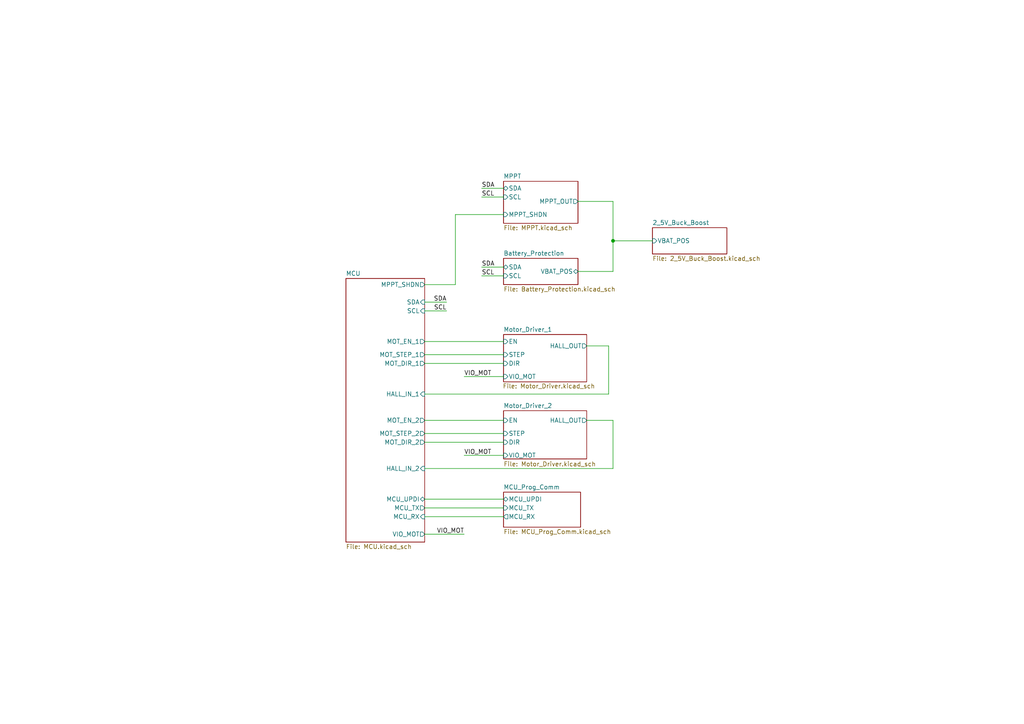
<source format=kicad_sch>
(kicad_sch
	(version 20231120)
	(generator "eeschema")
	(generator_version "8.0")
	(uuid "5c9f67fe-e435-446d-874d-cb2b418c1757")
	(paper "A4")
	(title_block
		(title "KSS V50")
		(date "2024-09-23")
		(rev "A")
		(company "Aidan P.")
	)
	(lib_symbols)
	(junction
		(at 177.8 69.85)
		(diameter 0)
		(color 0 0 0 0)
		(uuid "479e0256-8b90-4ea3-896e-db4b19eb485a")
	)
	(wire
		(pts
			(xy 139.7 54.61) (xy 146.05 54.61)
		)
		(stroke
			(width 0)
			(type default)
		)
		(uuid "021f92af-b691-4765-81b3-328dc7715ab2")
	)
	(wire
		(pts
			(xy 176.53 100.33) (xy 176.53 114.3)
		)
		(stroke
			(width 0)
			(type default)
		)
		(uuid "093fb41a-b280-4281-b35c-dc4557213863")
	)
	(wire
		(pts
			(xy 167.64 58.42) (xy 177.8 58.42)
		)
		(stroke
			(width 0)
			(type default)
		)
		(uuid "0bd8cf72-ebc1-4534-9cc5-d6220b07e49e")
	)
	(wire
		(pts
			(xy 123.19 99.06) (xy 146.05 99.06)
		)
		(stroke
			(width 0)
			(type default)
		)
		(uuid "1213051b-465e-44a0-a932-87d6c9a8fdbb")
	)
	(wire
		(pts
			(xy 123.19 102.87) (xy 146.05 102.87)
		)
		(stroke
			(width 0)
			(type default)
		)
		(uuid "221e0eb7-1e1c-4ee9-b045-44fe4cd9a514")
	)
	(wire
		(pts
			(xy 123.19 82.55) (xy 132.08 82.55)
		)
		(stroke
			(width 0)
			(type default)
		)
		(uuid "22fcaf35-eb4a-4c70-a858-f64e5f03fc7d")
	)
	(wire
		(pts
			(xy 176.53 114.3) (xy 123.19 114.3)
		)
		(stroke
			(width 0)
			(type default)
		)
		(uuid "2f432357-7127-441b-89d6-4061ce59e5a1")
	)
	(wire
		(pts
			(xy 177.8 69.85) (xy 189.23 69.85)
		)
		(stroke
			(width 0)
			(type default)
		)
		(uuid "30352931-d4b0-4ab6-a6bc-296be6046137")
	)
	(wire
		(pts
			(xy 177.8 78.74) (xy 167.64 78.74)
		)
		(stroke
			(width 0)
			(type default)
		)
		(uuid "33ec67dd-b427-4406-a7c6-7fdac22c5890")
	)
	(wire
		(pts
			(xy 123.19 87.63) (xy 129.54 87.63)
		)
		(stroke
			(width 0)
			(type default)
		)
		(uuid "3a0fdf62-2872-453c-a9a7-fbca871212be")
	)
	(wire
		(pts
			(xy 132.08 82.55) (xy 132.08 62.23)
		)
		(stroke
			(width 0)
			(type default)
		)
		(uuid "3da3109b-aa7f-4c18-a571-a6a94d942025")
	)
	(wire
		(pts
			(xy 123.19 128.27) (xy 146.05 128.27)
		)
		(stroke
			(width 0)
			(type default)
		)
		(uuid "52d9d66a-09da-4803-8cb4-b86b00e7fcf3")
	)
	(wire
		(pts
			(xy 123.19 135.89) (xy 177.8 135.89)
		)
		(stroke
			(width 0)
			(type default)
		)
		(uuid "5e0ace8c-ab65-4bcb-96f2-ee95171cb458")
	)
	(wire
		(pts
			(xy 123.19 105.41) (xy 146.05 105.41)
		)
		(stroke
			(width 0)
			(type default)
		)
		(uuid "5f812595-4bce-487a-899a-d469478b6724")
	)
	(wire
		(pts
			(xy 177.8 69.85) (xy 177.8 78.74)
		)
		(stroke
			(width 0)
			(type default)
		)
		(uuid "6336f5b0-bcf1-4a31-b9f8-41fbee61d982")
	)
	(wire
		(pts
			(xy 177.8 121.92) (xy 170.18 121.92)
		)
		(stroke
			(width 0)
			(type default)
		)
		(uuid "6f86c1fb-dad9-43d3-8257-e9f1e9addd3b")
	)
	(wire
		(pts
			(xy 177.8 135.89) (xy 177.8 121.92)
		)
		(stroke
			(width 0)
			(type default)
		)
		(uuid "78e8e0ba-98b0-483d-9c9e-e57b9c634670")
	)
	(wire
		(pts
			(xy 139.7 57.15) (xy 146.05 57.15)
		)
		(stroke
			(width 0)
			(type default)
		)
		(uuid "7914986a-ed93-4849-813c-35b8f90d8b19")
	)
	(wire
		(pts
			(xy 123.19 147.32) (xy 146.05 147.32)
		)
		(stroke
			(width 0)
			(type default)
		)
		(uuid "7cc35b5f-9a94-493f-b23d-3e8eb29c2eb4")
	)
	(wire
		(pts
			(xy 123.19 90.17) (xy 129.54 90.17)
		)
		(stroke
			(width 0)
			(type default)
		)
		(uuid "8415116f-e919-4bec-927f-34cdbfcc09d6")
	)
	(wire
		(pts
			(xy 134.62 109.22) (xy 146.05 109.22)
		)
		(stroke
			(width 0)
			(type default)
		)
		(uuid "8d7cfb8e-0b26-4957-8639-b3e950bef3f2")
	)
	(wire
		(pts
			(xy 123.19 154.94) (xy 134.62 154.94)
		)
		(stroke
			(width 0)
			(type default)
		)
		(uuid "900a746e-d649-4295-9297-709619f2673a")
	)
	(wire
		(pts
			(xy 123.19 121.92) (xy 146.05 121.92)
		)
		(stroke
			(width 0)
			(type default)
		)
		(uuid "90aea785-1dd4-492f-a3b5-f9ce6d36b8a3")
	)
	(wire
		(pts
			(xy 123.19 149.86) (xy 146.05 149.86)
		)
		(stroke
			(width 0)
			(type default)
		)
		(uuid "93ad0032-09b3-4b0d-9ffa-30e3eabdd568")
	)
	(wire
		(pts
			(xy 177.8 58.42) (xy 177.8 69.85)
		)
		(stroke
			(width 0)
			(type default)
		)
		(uuid "985ff170-6042-451e-8c6e-3c866556df25")
	)
	(wire
		(pts
			(xy 146.05 77.47) (xy 139.7 77.47)
		)
		(stroke
			(width 0)
			(type default)
		)
		(uuid "bb090de6-891d-44a1-81b8-61e8a9d8cc30")
	)
	(wire
		(pts
			(xy 134.62 132.08) (xy 146.05 132.08)
		)
		(stroke
			(width 0)
			(type default)
		)
		(uuid "c83d99e7-6ca1-4598-bef7-f97552b6ebbc")
	)
	(wire
		(pts
			(xy 146.05 80.01) (xy 139.7 80.01)
		)
		(stroke
			(width 0)
			(type default)
		)
		(uuid "e0a153a9-2bc6-48a2-abc4-9d789fe9a0bd")
	)
	(wire
		(pts
			(xy 123.19 125.73) (xy 146.05 125.73)
		)
		(stroke
			(width 0)
			(type default)
		)
		(uuid "e7ef71da-0853-414e-ad5d-c3c781d8e961")
	)
	(wire
		(pts
			(xy 132.08 62.23) (xy 146.05 62.23)
		)
		(stroke
			(width 0)
			(type default)
		)
		(uuid "f406d5f7-c030-4e19-be88-4c3670edfe37")
	)
	(wire
		(pts
			(xy 123.19 144.78) (xy 146.05 144.78)
		)
		(stroke
			(width 0)
			(type default)
		)
		(uuid "faad6433-761c-4253-aa52-26b5fed467ba")
	)
	(wire
		(pts
			(xy 170.18 100.33) (xy 176.53 100.33)
		)
		(stroke
			(width 0)
			(type default)
		)
		(uuid "fdf06ff6-8d22-447f-8af7-3048849dc606")
	)
	(label "SCL"
		(at 129.54 90.17 180)
		(fields_autoplaced yes)
		(effects
			(font
				(size 1.27 1.27)
			)
			(justify right bottom)
		)
		(uuid "1e117966-3386-4080-9781-aaa70c0d2aed")
	)
	(label "SDA"
		(at 139.7 77.47 0)
		(fields_autoplaced yes)
		(effects
			(font
				(size 1.27 1.27)
			)
			(justify left bottom)
		)
		(uuid "5aa84659-6897-4159-92e8-9e85a1714554")
	)
	(label "SDA"
		(at 139.7 54.61 0)
		(fields_autoplaced yes)
		(effects
			(font
				(size 1.27 1.27)
			)
			(justify left bottom)
		)
		(uuid "67c8ba98-abd2-4554-b5cf-2b7e3abc2c92")
	)
	(label "VIO_MOT"
		(at 134.62 154.94 180)
		(fields_autoplaced yes)
		(effects
			(font
				(size 1.27 1.27)
			)
			(justify right bottom)
		)
		(uuid "6d34ec2c-3f86-4a94-9cf9-e3774fc9a344")
	)
	(label "SCL"
		(at 139.7 57.15 0)
		(fields_autoplaced yes)
		(effects
			(font
				(size 1.27 1.27)
			)
			(justify left bottom)
		)
		(uuid "79f7f8f1-5df3-4b36-8472-8bf7f453821b")
	)
	(label "SDA"
		(at 129.54 87.63 180)
		(fields_autoplaced yes)
		(effects
			(font
				(size 1.27 1.27)
			)
			(justify right bottom)
		)
		(uuid "84196772-5070-4fa2-9ef7-a33eaf4f8ad9")
	)
	(label "VIO_MOT"
		(at 134.62 132.08 0)
		(fields_autoplaced yes)
		(effects
			(font
				(size 1.27 1.27)
			)
			(justify left bottom)
		)
		(uuid "b11ad2d3-e5f3-41e0-a8b9-e81b1ec3c064")
	)
	(label "VIO_MOT"
		(at 134.62 109.22 0)
		(fields_autoplaced yes)
		(effects
			(font
				(size 1.27 1.27)
			)
			(justify left bottom)
		)
		(uuid "d8fb2789-17a6-44cf-b500-b196641c3c01")
	)
	(label "SCL"
		(at 139.7 80.01 0)
		(fields_autoplaced yes)
		(effects
			(font
				(size 1.27 1.27)
			)
			(justify left bottom)
		)
		(uuid "f825c20e-526b-4e7f-ba7b-7d0e8eca4988")
	)
	(sheet
		(at 146.05 97.028)
		(size 24.13 13.716)
		(stroke
			(width 0.1524)
			(type solid)
		)
		(fill
			(color 0 0 0 0.0000)
		)
		(uuid "0d86d4bb-e28c-44ac-a34e-0bd1cf7db6da")
		(property "Sheetname" "Motor_Driver_1"
			(at 146.05 96.3164 0)
			(effects
				(font
					(size 1.27 1.27)
				)
				(justify left bottom)
			)
		)
		(property "Sheetfile" "Motor_Driver.kicad_sch"
			(at 145.796 111.252 0)
			(effects
				(font
					(size 1.27 1.27)
				)
				(justify left top)
			)
		)
		(pin "EN" input
			(at 146.05 99.06 180)
			(effects
				(font
					(size 1.27 1.27)
				)
				(justify left)
			)
			(uuid "d64b2ecc-1f81-44e4-80bb-ab9f664392ad")
		)
		(pin "DIR" input
			(at 146.05 105.41 180)
			(effects
				(font
					(size 1.27 1.27)
				)
				(justify left)
			)
			(uuid "824bd9cd-b9ed-4f69-ab25-449d8a38c7d8")
		)
		(pin "STEP" input
			(at 146.05 102.87 180)
			(effects
				(font
					(size 1.27 1.27)
				)
				(justify left)
			)
			(uuid "01f868e4-e5dd-4a3a-9e7e-7f4220f2969b")
		)
		(pin "HALL_OUT" output
			(at 170.18 100.33 0)
			(effects
				(font
					(size 1.27 1.27)
				)
				(justify right)
			)
			(uuid "1f64ca48-77d6-435a-93ea-da82f83a51b1")
		)
		(pin "VIO_MOT" input
			(at 146.05 109.22 180)
			(effects
				(font
					(size 1.27 1.27)
				)
				(justify left)
			)
			(uuid "7292b48b-5475-43eb-b546-2772c78ca3b5")
		)
		(instances
			(project "KSS_V50"
				(path "/5c9f67fe-e435-446d-874d-cb2b418c1757"
					(page "5")
				)
			)
		)
	)
	(sheet
		(at 100.33 80.772)
		(size 22.86 76.454)
		(fields_autoplaced yes)
		(stroke
			(width 0.1524)
			(type solid)
		)
		(fill
			(color 0 0 0 0.0000)
		)
		(uuid "2bd86605-fc70-4b23-b3b3-87907c644e16")
		(property "Sheetname" "MCU"
			(at 100.33 80.0604 0)
			(effects
				(font
					(size 1.27 1.27)
				)
				(justify left bottom)
			)
		)
		(property "Sheetfile" "MCU.kicad_sch"
			(at 100.33 157.8106 0)
			(effects
				(font
					(size 1.27 1.27)
				)
				(justify left top)
			)
		)
		(pin "MOT_STEP_1" output
			(at 123.19 102.87 0)
			(effects
				(font
					(size 1.27 1.27)
				)
				(justify right)
			)
			(uuid "7f51c797-00ee-4cf4-b622-279cf26963b8")
		)
		(pin "MOT_DIR_1" output
			(at 123.19 105.41 0)
			(effects
				(font
					(size 1.27 1.27)
				)
				(justify right)
			)
			(uuid "07a0f803-9ea2-4d74-8664-4312e5378ac0")
		)
		(pin "HALL_IN_2" input
			(at 123.19 135.89 0)
			(effects
				(font
					(size 1.27 1.27)
				)
				(justify right)
			)
			(uuid "8c4616cf-665c-4e4d-b015-bd546f4efa21")
		)
		(pin "MOT_EN_2" output
			(at 123.19 121.92 0)
			(effects
				(font
					(size 1.27 1.27)
				)
				(justify right)
			)
			(uuid "9c0a31a9-db38-4b09-9ad5-a8502c6ad987")
		)
		(pin "MOT_STEP_2" output
			(at 123.19 125.73 0)
			(effects
				(font
					(size 1.27 1.27)
				)
				(justify right)
			)
			(uuid "47d2e85d-5f8c-4d78-9564-e1a04a0aaa79")
		)
		(pin "MOT_DIR_2" output
			(at 123.19 128.27 0)
			(effects
				(font
					(size 1.27 1.27)
				)
				(justify right)
			)
			(uuid "7f36862e-3e3a-4d63-8948-abdad65a831f")
		)
		(pin "MOT_EN_1" output
			(at 123.19 99.06 0)
			(effects
				(font
					(size 1.27 1.27)
				)
				(justify right)
			)
			(uuid "a687b5ee-ae6f-4837-904d-a3aa1897e16d")
		)
		(pin "HALL_IN_1" input
			(at 123.19 114.3 0)
			(effects
				(font
					(size 1.27 1.27)
				)
				(justify right)
			)
			(uuid "cbd1ab4d-fbbf-4763-b53a-f5e09a72bdf2")
		)
		(pin "SDA" input
			(at 123.19 87.63 0)
			(effects
				(font
					(size 1.27 1.27)
				)
				(justify right)
			)
			(uuid "89374740-56ac-4abd-8f10-e28dc8629349")
		)
		(pin "SCL" input
			(at 123.19 90.17 0)
			(effects
				(font
					(size 1.27 1.27)
				)
				(justify right)
			)
			(uuid "a7611659-1423-4ff1-8040-121d6a6fcb71")
		)
		(pin "MCU_UPDI" bidirectional
			(at 123.19 144.78 0)
			(effects
				(font
					(size 1.27 1.27)
				)
				(justify right)
			)
			(uuid "01238528-4199-4dca-b64d-f97c7b3d4426")
		)
		(pin "MCU_TX" output
			(at 123.19 147.32 0)
			(effects
				(font
					(size 1.27 1.27)
				)
				(justify right)
			)
			(uuid "aed57fa4-cca0-4705-a4bf-d39726e72ea6")
		)
		(pin "MCU_RX" input
			(at 123.19 149.86 0)
			(effects
				(font
					(size 1.27 1.27)
				)
				(justify right)
			)
			(uuid "402bb523-1353-4f81-9f8c-d67039119f0b")
		)
		(pin "MPPT_SHDN" output
			(at 123.19 82.55 0)
			(effects
				(font
					(size 1.27 1.27)
				)
				(justify right)
			)
			(uuid "be711653-1e5a-4720-b98a-ced788194700")
		)
		(pin "VIO_MOT" output
			(at 123.19 154.94 0)
			(effects
				(font
					(size 1.27 1.27)
				)
				(justify right)
			)
			(uuid "4b34ec3a-6b28-4280-8e96-8651cbbe4f6b")
		)
		(instances
			(project "KSS_V50"
				(path "/5c9f67fe-e435-446d-874d-cb2b418c1757"
					(page "7")
				)
			)
		)
	)
	(sheet
		(at 146.05 74.93)
		(size 21.59 7.62)
		(fields_autoplaced yes)
		(stroke
			(width 0.1524)
			(type solid)
		)
		(fill
			(color 0 0 0 0.0000)
		)
		(uuid "3aa34b83-71a7-42be-8f7e-9898b0b816d4")
		(property "Sheetname" "Battery_Protection"
			(at 146.05 74.2184 0)
			(effects
				(font
					(size 1.27 1.27)
				)
				(justify left bottom)
			)
		)
		(property "Sheetfile" "Battery_Protection.kicad_sch"
			(at 146.05 83.1346 0)
			(effects
				(font
					(size 1.27 1.27)
				)
				(justify left top)
			)
		)
		(pin "VBAT_POS" bidirectional
			(at 167.64 78.74 0)
			(effects
				(font
					(size 1.27 1.27)
				)
				(justify right)
			)
			(uuid "0fff3285-ee6b-4d2c-a2e6-4887682285eb")
		)
		(pin "SCL" input
			(at 146.05 80.01 180)
			(effects
				(font
					(size 1.27 1.27)
				)
				(justify left)
			)
			(uuid "0270b5cf-4759-4775-9c5b-7e4801bd02c1")
		)
		(pin "SDA" bidirectional
			(at 146.05 77.47 180)
			(effects
				(font
					(size 1.27 1.27)
				)
				(justify left)
			)
			(uuid "20207b02-6764-45f7-9791-ae88da2e5c84")
		)
		(instances
			(project "KSS_V50"
				(path "/5c9f67fe-e435-446d-874d-cb2b418c1757"
					(page "3")
				)
			)
		)
	)
	(sheet
		(at 146.05 142.748)
		(size 22.352 10.16)
		(fields_autoplaced yes)
		(stroke
			(width 0.1524)
			(type solid)
		)
		(fill
			(color 0 0 0 0.0000)
		)
		(uuid "8d58568c-4f38-46d4-91f0-ede8487701a5")
		(property "Sheetname" "MCU_Prog_Comm"
			(at 146.05 142.0364 0)
			(effects
				(font
					(size 1.27 1.27)
				)
				(justify left bottom)
			)
		)
		(property "Sheetfile" "MCU_Prog_Comm.kicad_sch"
			(at 146.05 153.4926 0)
			(effects
				(font
					(size 1.27 1.27)
				)
				(justify left top)
			)
		)
		(pin "MCU_TX" input
			(at 146.05 147.32 180)
			(effects
				(font
					(size 1.27 1.27)
				)
				(justify left)
			)
			(uuid "be2f8fa8-6073-4c9c-a579-14f10db90d40")
		)
		(pin "MCU_RX" output
			(at 146.05 149.86 180)
			(effects
				(font
					(size 1.27 1.27)
				)
				(justify left)
			)
			(uuid "5f688a33-4f5b-4370-b0a5-b0c6065d72cb")
		)
		(pin "MCU_UPDI" bidirectional
			(at 146.05 144.78 180)
			(effects
				(font
					(size 1.27 1.27)
				)
				(justify left)
			)
			(uuid "1bd26658-972b-4424-b6d2-c9306312b5ef")
		)
		(instances
			(project "KSS_V50"
				(path "/5c9f67fe-e435-446d-874d-cb2b418c1757"
					(page "8")
				)
			)
		)
	)
	(sheet
		(at 189.23 66.04)
		(size 21.59 7.62)
		(fields_autoplaced yes)
		(stroke
			(width 0.1524)
			(type solid)
		)
		(fill
			(color 0 0 0 0.0000)
		)
		(uuid "c9cb77bb-9211-4f40-bcce-efb8838498dd")
		(property "Sheetname" "2_5V_Buck_Boost"
			(at 189.23 65.3284 0)
			(effects
				(font
					(size 1.27 1.27)
				)
				(justify left bottom)
			)
		)
		(property "Sheetfile" "2_5V_Buck_Boost.kicad_sch"
			(at 189.23 74.2446 0)
			(effects
				(font
					(size 1.27 1.27)
				)
				(justify left top)
			)
		)
		(pin "VBAT_POS" input
			(at 189.23 69.85 180)
			(effects
				(font
					(size 1.27 1.27)
				)
				(justify left)
			)
			(uuid "edc7c079-0704-45f2-9545-0bba0135d44a")
		)
		(instances
			(project "KSS_V50"
				(path "/5c9f67fe-e435-446d-874d-cb2b418c1757"
					(page "4")
				)
			)
		)
	)
	(sheet
		(at 146.05 119.126)
		(size 24.13 13.97)
		(stroke
			(width 0.1524)
			(type solid)
		)
		(fill
			(color 0 0 0 0.0000)
		)
		(uuid "d0ef6367-c661-4a89-a602-0ea067e66aca")
		(property "Sheetname" "Motor_Driver_2"
			(at 146.05 118.4144 0)
			(effects
				(font
					(size 1.27 1.27)
				)
				(justify left bottom)
			)
		)
		(property "Sheetfile" "Motor_Driver.kicad_sch"
			(at 146.05 133.858 0)
			(effects
				(font
					(size 1.27 1.27)
				)
				(justify left top)
			)
		)
		(pin "EN" input
			(at 146.05 121.92 180)
			(effects
				(font
					(size 1.27 1.27)
				)
				(justify left)
			)
			(uuid "ee3a16f6-bd21-414f-a4e5-1ba337718fed")
		)
		(pin "DIR" input
			(at 146.05 128.27 180)
			(effects
				(font
					(size 1.27 1.27)
				)
				(justify left)
			)
			(uuid "fe1a1b2e-5207-4345-b617-8e104251fe4a")
		)
		(pin "STEP" input
			(at 146.05 125.73 180)
			(effects
				(font
					(size 1.27 1.27)
				)
				(justify left)
			)
			(uuid "b49adb9b-d960-44f0-8174-f7e6f99e630e")
		)
		(pin "HALL_OUT" output
			(at 170.18 121.92 0)
			(effects
				(font
					(size 1.27 1.27)
				)
				(justify right)
			)
			(uuid "17da1b10-bc2d-4ea1-b059-3053880233ca")
		)
		(pin "VIO_MOT" input
			(at 146.05 132.08 180)
			(effects
				(font
					(size 1.27 1.27)
				)
				(justify left)
			)
			(uuid "eb3f0bd1-6b21-4180-bfb4-9a20af5eedee")
		)
		(instances
			(project "KSS_V50"
				(path "/5c9f67fe-e435-446d-874d-cb2b418c1757"
					(page "6")
				)
			)
		)
	)
	(sheet
		(at 146.05 52.578)
		(size 21.59 12.192)
		(fields_autoplaced yes)
		(stroke
			(width 0.1524)
			(type solid)
		)
		(fill
			(color 0 0 0 0.0000)
		)
		(uuid "df0a239b-3734-4950-8104-d7c20d089f90")
		(property "Sheetname" "MPPT"
			(at 146.05 51.8664 0)
			(effects
				(font
					(size 1.27 1.27)
				)
				(justify left bottom)
			)
		)
		(property "Sheetfile" "MPPT.kicad_sch"
			(at 146.05 65.3546 0)
			(effects
				(font
					(size 1.27 1.27)
				)
				(justify left top)
			)
		)
		(pin "MPPT_OUT" output
			(at 167.64 58.42 0)
			(effects
				(font
					(size 1.27 1.27)
				)
				(justify right)
			)
			(uuid "4754105d-2153-41df-b95e-ac3b04c43dfa")
		)
		(pin "SCL" input
			(at 146.05 57.15 180)
			(effects
				(font
					(size 1.27 1.27)
				)
				(justify left)
			)
			(uuid "d02f229d-7807-453b-baf6-1e675330cd26")
		)
		(pin "SDA" bidirectional
			(at 146.05 54.61 180)
			(effects
				(font
					(size 1.27 1.27)
				)
				(justify left)
			)
			(uuid "60563daf-f75c-4d97-9f43-0ceef2b88afe")
		)
		(pin "MPPT_SHDN" input
			(at 146.05 62.23 180)
			(effects
				(font
					(size 1.27 1.27)
				)
				(justify left)
			)
			(uuid "dae44b83-d9fd-4216-a788-06e627fb4bf8")
		)
		(instances
			(project "KSS_V50"
				(path "/5c9f67fe-e435-446d-874d-cb2b418c1757"
					(page "2")
				)
			)
		)
	)
	(sheet_instances
		(path "/"
			(page "1")
		)
	)
)

</source>
